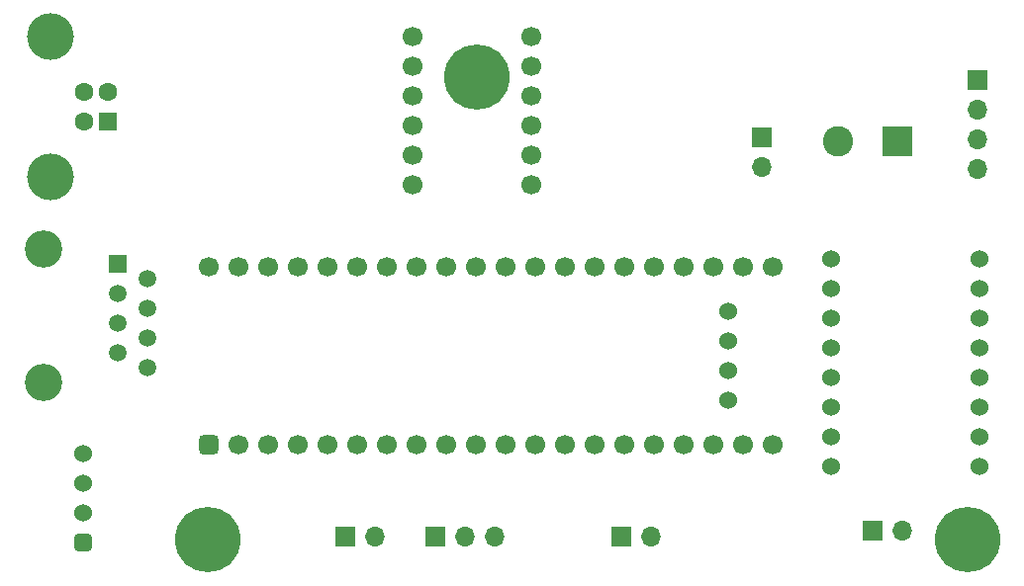
<source format=gbs>
G04 #@! TF.GenerationSoftware,KiCad,Pcbnew,(6.0.6)*
G04 #@! TF.CreationDate,2022-07-11T11:59:08+03:00*
G04 #@! TF.ProjectId,RegulusFocuser-V1.1,52656775-6c75-4734-966f-63757365722d,rev?*
G04 #@! TF.SameCoordinates,Original*
G04 #@! TF.FileFunction,Soldermask,Bot*
G04 #@! TF.FilePolarity,Negative*
%FSLAX46Y46*%
G04 Gerber Fmt 4.6, Leading zero omitted, Abs format (unit mm)*
G04 Created by KiCad (PCBNEW (6.0.6)) date 2022-07-11 11:59:08*
%MOMM*%
%LPD*%
G01*
G04 APERTURE LIST*
G04 Aperture macros list*
%AMRoundRect*
0 Rectangle with rounded corners*
0 $1 Rounding radius*
0 $2 $3 $4 $5 $6 $7 $8 $9 X,Y pos of 4 corners*
0 Add a 4 corners polygon primitive as box body*
4,1,4,$2,$3,$4,$5,$6,$7,$8,$9,$2,$3,0*
0 Add four circle primitives for the rounded corners*
1,1,$1+$1,$2,$3*
1,1,$1+$1,$4,$5*
1,1,$1+$1,$6,$7*
1,1,$1+$1,$8,$9*
0 Add four rect primitives between the rounded corners*
20,1,$1+$1,$2,$3,$4,$5,0*
20,1,$1+$1,$4,$5,$6,$7,0*
20,1,$1+$1,$6,$7,$8,$9,0*
20,1,$1+$1,$8,$9,$2,$3,0*%
G04 Aperture macros list end*
%ADD10RoundRect,0.425000X-0.425000X0.425000X-0.425000X-0.425000X0.425000X-0.425000X0.425000X0.425000X0*%
%ADD11C,1.700000*%
%ADD12C,1.524000*%
%ADD13C,5.600000*%
%ADD14R,1.600000X1.600000*%
%ADD15C,1.600000*%
%ADD16C,4.000000*%
%ADD17R,1.700000X1.700000*%
%ADD18O,1.700000X1.700000*%
%ADD19C,3.200000*%
%ADD20R,1.500000X1.500000*%
%ADD21C,1.500000*%
%ADD22R,2.600000X2.600000*%
%ADD23C,2.600000*%
%ADD24RoundRect,0.381000X0.381000X0.381000X-0.381000X0.381000X-0.381000X-0.381000X0.381000X-0.381000X0*%
G04 APERTURE END LIST*
D10*
X117094000Y-103886000D03*
D11*
X119634000Y-103886000D03*
X122174000Y-103886000D03*
X124714000Y-103886000D03*
X127254000Y-103886000D03*
X129794000Y-103886000D03*
X132334000Y-103886000D03*
X134874000Y-103886000D03*
X137414000Y-103886000D03*
X139954000Y-103886000D03*
X142494000Y-103886000D03*
X145034000Y-103886000D03*
X147574000Y-103886000D03*
X150114000Y-103886000D03*
X152654000Y-103886000D03*
X155194000Y-103886000D03*
X157734000Y-103886000D03*
X160274000Y-103886000D03*
X162814000Y-103886000D03*
X165354000Y-103886000D03*
X165354000Y-88646000D03*
X162814000Y-88646000D03*
X160274000Y-88646000D03*
X157734000Y-88646000D03*
X155194000Y-88646000D03*
X152654000Y-88646000D03*
X150114000Y-88646000D03*
X147574000Y-88646000D03*
X145034000Y-88646000D03*
X142494000Y-88646000D03*
X139954000Y-88646000D03*
X137414000Y-88646000D03*
X134874000Y-88646000D03*
X132334000Y-88646000D03*
X129794000Y-88646000D03*
X127254000Y-88646000D03*
X124714000Y-88646000D03*
X122174000Y-88646000D03*
X119634000Y-88646000D03*
X117094000Y-88646000D03*
D12*
X161544000Y-100076000D03*
X161544000Y-97536000D03*
X161544000Y-94996000D03*
X161544000Y-92456000D03*
D13*
X140000000Y-72381000D03*
D11*
X134543800Y-68961000D03*
X134543800Y-71501000D03*
X134543800Y-74041000D03*
X134543800Y-76581000D03*
X134543800Y-79121000D03*
X134543800Y-81661000D03*
X144703800Y-81661000D03*
X144703800Y-79121000D03*
X144703800Y-76581000D03*
X144703800Y-74041000D03*
X144703800Y-71501000D03*
X144703800Y-68961000D03*
D13*
X117000000Y-112000000D03*
D14*
X108407500Y-76180000D03*
D15*
X108407500Y-73680000D03*
X106407500Y-73680000D03*
X106407500Y-76180000D03*
D16*
X103547500Y-80930000D03*
X103547500Y-68930000D03*
D17*
X164405000Y-77592000D03*
D18*
X164405000Y-80132000D03*
D17*
X128778000Y-111760000D03*
D18*
X131318000Y-111760000D03*
D17*
X173858000Y-111252000D03*
D18*
X176398000Y-111252000D03*
D19*
X102890000Y-98587500D03*
X102890000Y-87157500D03*
D20*
X109240000Y-88427500D03*
D21*
X111780000Y-89697500D03*
X109240000Y-90967500D03*
X111780000Y-92237500D03*
X109240000Y-93507500D03*
X111780000Y-94777500D03*
X109240000Y-96047500D03*
X111780000Y-97317500D03*
D12*
X170307000Y-88011000D03*
X170307000Y-90551000D03*
X170307000Y-93091000D03*
X170307000Y-95631000D03*
X170307000Y-98171000D03*
X170307000Y-100711000D03*
X170307000Y-103251000D03*
X170307000Y-105791000D03*
X183007000Y-105791000D03*
X183007000Y-103251000D03*
X183007000Y-100711000D03*
X183007000Y-98171000D03*
X183007000Y-95631000D03*
X183007000Y-93091000D03*
X183007000Y-90551000D03*
X183007000Y-88011000D03*
D22*
X175982000Y-77930000D03*
D23*
X170902000Y-77930000D03*
D13*
X182000000Y-112000000D03*
D17*
X152400000Y-111760000D03*
D18*
X154940000Y-111760000D03*
D17*
X136413000Y-111760000D03*
D18*
X138953000Y-111760000D03*
X141493000Y-111760000D03*
D12*
X106299000Y-109728000D03*
D24*
X106299000Y-112268000D03*
D12*
X106299000Y-107188000D03*
X106299000Y-104648000D03*
D17*
X182880000Y-72654000D03*
D18*
X182880000Y-75194000D03*
X182880000Y-77734000D03*
X182880000Y-80274000D03*
M02*

</source>
